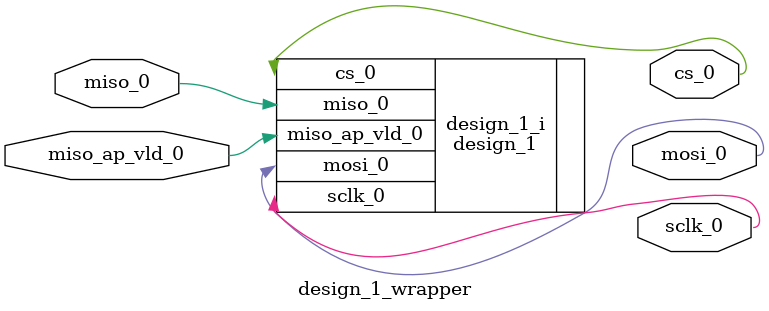
<source format=v>
`timescale 1 ps / 1 ps

module design_1_wrapper
   (cs_0,
    miso_0,
    miso_ap_vld_0,
    mosi_0,
    sclk_0);
  output [0:0]cs_0;
  input [0:0]miso_0;
  input miso_ap_vld_0;
  output [0:0]mosi_0;
  output [0:0]sclk_0;

  wire [0:0]cs_0;
  wire [0:0]miso_0;
  wire miso_ap_vld_0;
  wire [0:0]mosi_0;
  wire [0:0]sclk_0;

  design_1 design_1_i
       (.cs_0(cs_0),
        .miso_0(miso_0),
        .miso_ap_vld_0(miso_ap_vld_0),
        .mosi_0(mosi_0),
        .sclk_0(sclk_0));
endmodule

</source>
